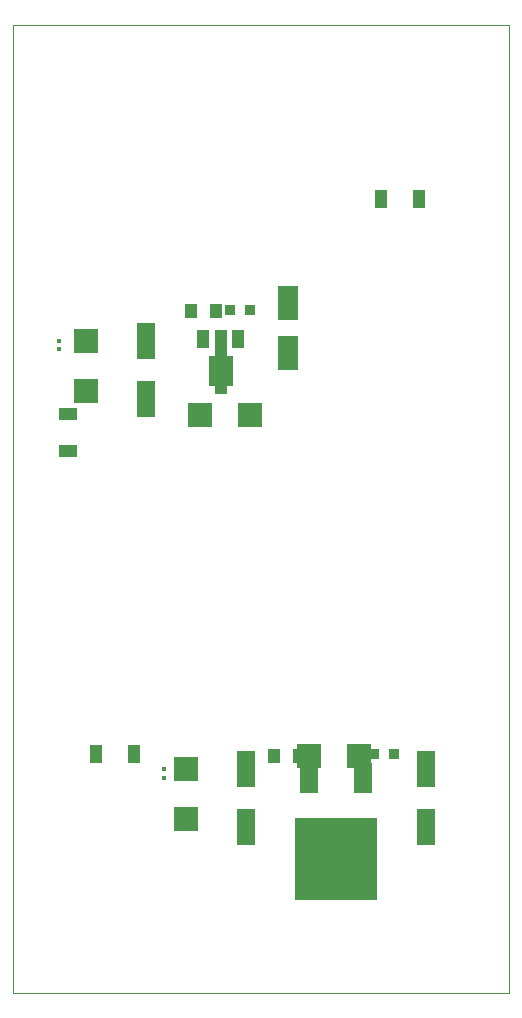
<source format=gbr>
G04 PROTEUS GERBER X2 FILE*
%TF.GenerationSoftware,Labcenter,Proteus,8.16-SP3-Build36097*%
%TF.CreationDate,2024-05-04T02:13:19+00:00*%
%TF.FileFunction,Paste,Top*%
%TF.FilePolarity,Positive*%
%TF.Part,Single*%
%TF.SameCoordinates,{03efdd39-6268-421f-b844-547f2104f690}*%
%FSLAX45Y45*%
%MOMM*%
G01*
%TA.AperFunction,Material*%
%ADD107R,1.016000X1.524000*%
%ADD108R,2.032000X2.540000*%
%ADD109R,1.016000X0.889000*%
%TA.AperFunction,Material*%
%ADD110R,6.985000X6.985000*%
%ADD111R,1.524000X2.540000*%
%TA.AperFunction,Material*%
%ADD112R,0.406400X0.457200*%
%ADD113R,1.016000X1.270000*%
%ADD114R,2.032000X2.032000*%
%ADD115R,0.889000X0.889000*%
%ADD116R,1.600200X3.149600*%
%ADD117R,1.651000X2.895600*%
%ADD118R,1.524000X1.016000*%
%TA.AperFunction,Profile*%
%ADD34C,0.101600*%
%TD.AperFunction*%
D107*
X-168622Y+1088450D03*
X-318482Y+1088450D03*
D108*
X-318482Y+814130D03*
D109*
X-318482Y+669350D03*
X-318482Y+984310D03*
D107*
X-468342Y+1088450D03*
D110*
X+659698Y-3317395D03*
D111*
X+888298Y-2626515D03*
X+431098Y-2626515D03*
D112*
X-1691302Y+1070605D03*
X-1691302Y+1000605D03*
X-802302Y-2555395D03*
X-802302Y-2625395D03*
D113*
X-572482Y+1322130D03*
X-359122Y+1322130D03*
D107*
X-1371262Y-2428395D03*
X-1056302Y-2428395D03*
D114*
X-71842Y+441130D03*
X-493482Y+441130D03*
X-1461482Y+646490D03*
X-1461482Y+1068130D03*
X+851338Y-2439755D03*
X+429698Y-2439755D03*
X-610302Y-2977035D03*
X-610302Y-2555395D03*
D115*
X+975698Y-2428395D03*
X+1148418Y-2428395D03*
D113*
X+343338Y-2439755D03*
X+129978Y-2439755D03*
D116*
X-102302Y-2555395D03*
X-102302Y-3045395D03*
X+1421698Y-2555395D03*
X+1421698Y-3045395D03*
X-953482Y+1068130D03*
X-953482Y+578130D03*
D117*
X+254445Y+1397000D03*
X+254445Y+967000D03*
D118*
X-1613681Y+138046D03*
X-1613681Y+453006D03*
D115*
X-66762Y+1330130D03*
X-239482Y+1330130D03*
D107*
X+1041738Y+2270605D03*
X+1356698Y+2270605D03*
D34*
X-2077000Y-4450000D02*
X+2123000Y-4450000D01*
X+2123000Y+3750000D01*
X-2077000Y+3750000D01*
X-2077000Y-4450000D01*
M02*

</source>
